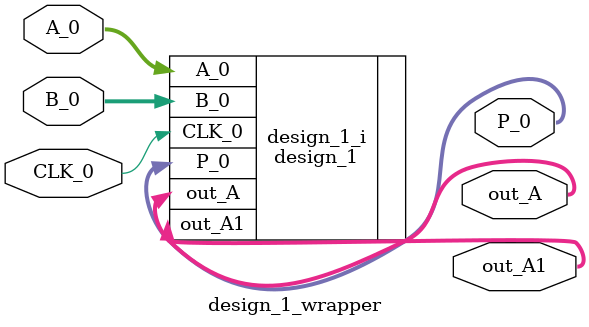
<source format=v>
`timescale 1 ps / 1 ps

module design_1_wrapper
   (A_0,
    B_0,
    CLK_0,
    P_0,
    out_A,
    out_A1);
  input [1:0]A_0;
  input [1:0]B_0;
  input CLK_0;
  output [3:0]P_0;
  output [1:0]out_A;
  output [1:0]out_A1;

  wire [1:0]A_0;
  wire [1:0]B_0;
  wire CLK_0;
  wire [3:0]P_0;
  wire [1:0]out_A;
  wire [1:0]out_A1;

  design_1 design_1_i
       (.A_0(A_0),
        .B_0(B_0),
        .CLK_0(CLK_0),
        .P_0(P_0),
        .out_A(out_A),
        .out_A1(out_A1));
endmodule

</source>
